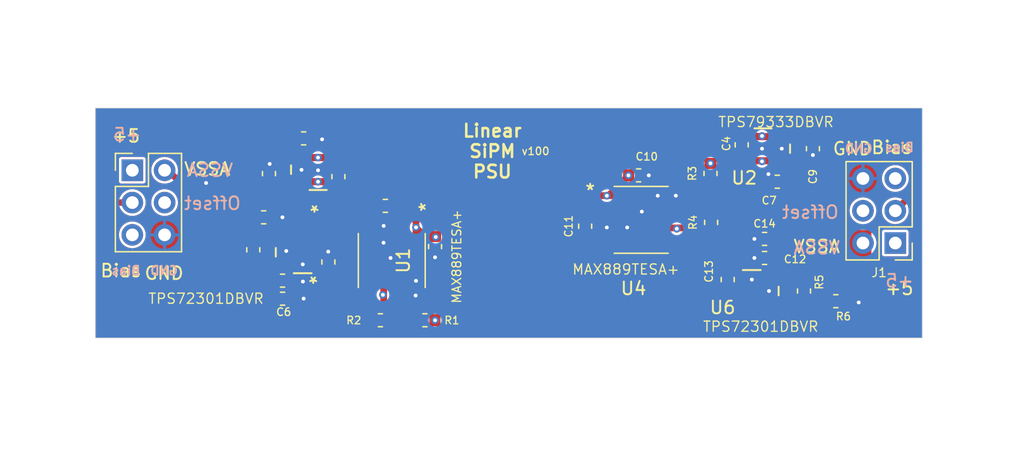
<source format=kicad_pcb>
(kicad_pcb (version 20240108) (generator "pcbnew") (generator_version "8.0")
  (layers (0 "F.Cu" signal) (1 "In1.Cu" signal "GND.Cu") (2 "In2.Cu" signal "PWR.Cu") (31 "B.Cu" signal) (34 "B.Paste" user) (35 "F.Paste" user) (36 "B.SilkS" user "B.Silkscreen") (37 "F.SilkS" user "F.Silkscreen") (38 "B.Mask" user) (39 "F.Mask" user) (44 "Edge.Cuts" user))
  (net 0 "")
  (net 1 "GND")
  (net 2 "+5V")
  (net 3 "VDDA")
  (net 4 "-5V")
  (net 5 "VSSA")
  (net 6 "Net-(U2-NR)")
  (net 7 "Net-(U1-CAP-)")
  (net 8 "Net-(U1-CAP+)")
  (net 9 "Net-(U4-CAP+)")
  (net 10 "Net-(U4-CAP-)")
  (net 11 "/+5V_2")
  (net 12 "/VDDA2")
  (net 13 "Net-(U5-NR)")
  (net 16 "/VSSA2")
  (net 17 "/-5V_2")
  (net 18 "Net-(U1-FB)")
  (net 19 "/BIAS2")
  (net 20 "Net-(U4-FB)")
  (net 21 "/BIAS")
  (net 22 "Net-(U6-FB)")
  (net 23 "Net-(U3-FB)")
  (footprint "footprints:C_0603_1608Metric" (layer "F.Cu") (at 164.06735 94.687499 180)
    (property "Reference" "C17" (hide yes))
    (property "Value" "10n" (hide yes))
    (fp_line (start -0.162779 0.51) (end 0.162779 0.51) (stroke (width 0.12)) (layer "F.SilkS"))
    (fp_line (start -0.162779 -0.51) (end 0.162779 -0.51) (stroke (width 0.12)) (layer "F.SilkS"))
    (pad "1" smd roundrect (at -0.7875 0 180) (size 0.875 0.95) (layers "F.Cu" "F.Paste" "F.Mask") (net 1 "GND"))
    (pad "2" smd roundrect (at 0.7875 0 180) (size 0.875 0.95) (layers "F.Cu" "F.Paste" "F.Mask") (net 13 "Net-(U5-NR)"))
  )
  (footprint "footprints:TPS79333DBVR" (layer "F.Cu") (at 164.0824 97.15 180)
    (property "Reference" "U5" (hide yes))
    (property "Value" "TPS79333DBVR" (hide yes))
    (fp_line (start 1.0033 0.337861) (end 1.0033 -0.337861) (stroke (width 0.1524)) (layer "F.SilkS"))
    (fp_line (start -0.45 -1.6) (end -1.8 -1.6) (stroke (width 0.1524)) (layer "F.SilkS"))
    (pad "1" smd rect (at -1.1176 -0.950001 180) (size 1.4732 0.5588) (layers "F.Cu" "F.Paste" "F.Mask") (net 2 "+5V"))
    (pad "2" smd rect (at -1.1176 0 180) (size 1.4732 0.5588) (layers "F.Cu" "F.Paste" "F.Mask") (net 1 "GND"))
    (pad "3" smd rect (at -1.1176 0.950001 180) (size 1.4732 0.5588) (layers "F.Cu" "F.Paste" "F.Mask") (net 2 "+5V"))
    (pad "4" smd rect (at 1.1176 0.950001 180) (size 1.4732 0.5588) (layers "F.Cu" "F.Paste" "F.Mask") (net 13 "Net-(U5-NR)"))
    (pad "5" smd rect (at 1.1176 -0.950001 180) (size 1.4732 0.5588) (layers "F.Cu" "F.Paste" "F.Mask") (net 3 "VDDA"))
  )
  (footprint "footprints:C_0603_1608Metric" (layer "F.Cu") (at 166.8 97.7 -90)
    (property "Reference" "C2" (hide yes))
    (property "Value" "1u" (hide yes))
    (fp_line (start -0.162779 0.51) (end 0.162779 0.51) (stroke (width 0.12)) (layer "F.SilkS"))
    (fp_line (start -0.162779 -0.51) (end 0.162779 -0.51) (stroke (width 0.12)) (layer "F.SilkS"))
    (pad "1" smd roundrect (at -0.7875 0 270) (size 0.875 0.95) (layers "F.Cu" "F.Paste" "F.Mask") (net 1 "GND"))
    (pad "2" smd roundrect (at 0.7875 0 270) (size 0.875 0.95) (layers "F.Cu" "F.Paste" "F.Mask") (net 2 "+5V"))
  )
  (footprint "footprints:C_0603_1608Metric" (layer "F.Cu") (at 174.4 103.2 90)
    (property "Reference" "C1" (hide yes))
    (property "Value" "22u" (hide yes))
    (fp_line (start -0.162779 -0.51) (end 0.162779 -0.51) (stroke (width 0.12)) (layer "F.SilkS"))
    (fp_line (start -0.162779 0.51) (end 0.162779 0.51) (stroke (width 0.12)) (layer "F.SilkS"))
    (pad "1" smd roundrect (at -0.7875 0 90) (size 0.875 0.95) (layers "F.Cu" "F.Paste" "F.Mask") (net 1 "GND"))
    (pad "2" smd roundrect (at 0.7875 0 90) (size 0.875 0.95) (layers "F.Cu" "F.Paste" "F.Mask") (net 2 "+5V"))
  )
  (footprint "footprints:C_0603_1608Metric" (layer "F.Cu") (at 161.34235 97.462499 -90)
    (property "Reference" "C3" (hide yes))
    (property "Value" "22u" (hide yes))
    (fp_line (start -0.162779 0.51) (end 0.162779 0.51) (stroke (width 0.12)) (layer "F.SilkS"))
    (fp_line (start -0.162779 -0.51) (end 0.162779 -0.51) (stroke (width 0.12)) (layer "F.SilkS"))
    (pad "1" smd roundrect (at -0.7875 0 270) (size 0.875 0.95) (layers "F.Cu" "F.Paste" "F.Mask") (net 1 "GND"))
    (pad "2" smd roundrect (at 0.7875 0 270) (size 0.875 0.95) (layers "F.Cu" "F.Paste" "F.Mask") (net 3 "VDDA"))
  )
  (footprint "footprints:C_0603_1608Metric" (layer "F.Cu") (at 170.4956 100)
    (property "Reference" "C8" (hide yes))
    (property "Value" "1u" (hide yes))
    (fp_line (start -0.162779 -0.51) (end 0.162779 -0.51) (stroke (width 0.12)) (layer "F.SilkS"))
    (fp_line (start -0.162779 0.51) (end 0.162779 0.51) (stroke (width 0.12)) (layer "F.SilkS"))
    (pad "1" smd roundrect (at -0.7875 0) (size 0.875 0.95) (layers "F.Cu" "F.Paste" "F.Mask") (net 7 "Net-(U1-CAP-)"))
    (pad "2" smd roundrect (at 0.7875 0) (size 0.875 0.95) (layers "F.Cu" "F.Paste" "F.Mask") (net 8 "Net-(U1-CAP+)"))
  )
  (footprint "footprints:C_0603_1608Metric" (layer "F.Cu") (at 166.0125 104.418001 -90)
    (property "Reference" "C15" (hide yes))
    (property "Value" "22u" (hide yes))
    (fp_line (start -0.162779 0.51) (end 0.162779 0.51) (stroke (width 0.12)) (layer "F.SilkS"))
    (fp_line (start -0.162779 -0.51) (end 0.162779 -0.51) (stroke (width 0.12)) (layer "F.SilkS"))
    (pad "1" smd roundrect (at -0.7875 0 270) (size 0.875 0.95) (layers "F.Cu" "F.Paste" "F.Mask") (net 1 "GND"))
    (pad "2" smd roundrect (at 0.7875 0 270) (size 0.875 0.95) (layers "F.Cu" "F.Paste" "F.Mask") (net 4 "-5V"))
  )
  (footprint "footprints:R_0603_1608Metric" (layer "F.Cu") (at 160.925 100.9 180)
    (property "Reference" "R9" (hide yes))
    (property "Value" "39k" (hide yes))
    (fp_line (start -0.162779 0.51) (end 0.162779 0.51) (stroke (width 0.12)) (layer "F.SilkS"))
    (fp_line (start -0.162779 -0.51) (end 0.162779 -0.51) (stroke (width 0.12)) (layer "F.SilkS"))
    (pad "1" smd roundrect (at -0.7875 0 180) (size 0.875 0.95) (layers "F.Cu" "F.Paste" "F.Mask") (net 1 "GND"))
    (pad "2" smd roundrect (at 0.7875 0 180) (size 0.875 0.95) (layers "F.Cu" "F.Paste" "F.Mask") (net 23 "Net-(U3-FB)"))
  )
  (footprint "footprints:R_0603_1608Metric" (layer "F.Cu") (at 160.1099 103.458001 -90)
    (property "Reference" "R8" (hide yes))
    (property "Value" "69.8k" (hide yes))
    (fp_line (start -0.162779 0.51) (end 0.162779 0.51) (stroke (width 0.12)) (layer "F.SilkS"))
    (fp_line (start -0.162779 -0.51) (end 0.162779 -0.51) (stroke (width 0.12)) (layer "F.SilkS"))
    (pad "1" smd roundrect (at -0.7875 0 270) (size 0.875 0.95) (layers "F.Cu" "F.Paste" "F.Mask") (net 23 "Net-(U3-FB)"))
    (pad "2" smd roundrect (at 0.7875 0 270) (size 0.875 0.95) (layers "F.Cu" "F.Paste" "F.Mask") (net 5 "VSSA"))
  )
  (footprint "footprints:MAX889TESA&plus_" (layer "F.Cu") (at 170.9956 104.3 -90)
    (property "Reference" "U1" (at 0 -0.9044 90) (layer "F.SilkS"))
    (property "Value" "MAX889TESA+" (at -0.3125 -5.1074 90) (layer "F.SilkS") (effects (font (size 0.7 0.7) (thickness 0.1))))
    (fp_line (start -2.1209 2.6289) (end 2.1209 2.6289) (stroke (width 0.12)) (layer "F.SilkS"))
    (fp_line (start 2.1209 -2.6289) (end -2.1209 -2.6289) (stroke (width 0.12)) (layer "F.SilkS"))
    (fp_text user "*" (at -4.2125 -2.7074 90) (layer "F.SilkS"))
    (pad "1" smd rect (at -2.72415 -1.905 270) (size 1.4605 0.5334) (layers "F.Cu" "F.Paste" "F.Mask") (net 2 "+5V"))
    (pad "2" smd rect (at -2.72415 -0.635 270) (size 1.4605 0.5334) (layers "F.Cu" "F.Paste" "F.Mask") (net 8 "Net-(U1-CAP+)"))
    (pad "3" smd rect (at -2.72415 0.635 270) (size 1.4605 0.5334) (layers "F.Cu" "F.Paste" "F.Mask") (net 1 "GND"))
    (pad "4" smd rect (at -2.72415 1.905 270) (size 1.4605 0.5334) (layers "F.Cu" "F.Paste" "F.Mask") (net 7 "Net-(U1-CAP-)"))
    (pad "5" smd rect (at 2.72415 1.905 270) (size 1.4605 0.5334) (layers "F.Cu" "F.Paste" "F.Mask") (net 4 "-5V"))
    (pad "6" smd rect (at 2.72415 0.635 270) (size 1.4605 0.5334) (layers "F.Cu" "F.Paste" "F.Mask") (net 2 "+5V"))
    (pad "7" smd rect (at 2.72415 -0.635 270) (size 1.4605 0.5334) (layers "F.Cu" "F.Paste" "F.Mask") (net 18 "Net-(U1-FB)"))
    (pad "8" smd rect (at 2.72415 -1.905 270) (size 1.4605 0.5334) (layers "F.Cu" "F.Paste" "F.Mask") (net 1 "GND"))
  )
  (footprint "footprints:C_0603_1608Metric" (layer "F.Cu") (at 162.411 105.885002 180)
    (property "Reference" "C5" (hide yes))
    (property "Value" "22u" (hide yes))
    (fp_line (start -0.162779 0.51) (end 0.162779 0.51) (stroke (width 0.12)) (layer "F.SilkS"))
    (fp_line (start -0.162779 -0.51) (end 0.162779 -0.51) (stroke (width 0.12)) (layer "F.SilkS"))
    (pad "1" smd roundrect (at -0.7875 0 180) (size 0.875 0.95) (layers "F.Cu" "F.Paste" "F.Mask") (net 1 "GND"))
    (pad "2" smd roundrect (at 0.7875 0 180) (size 0.875 0.95) (layers "F.Cu" "F.Paste" "F.Mask") (net 5 "VSSA"))
  )
  (footprint "footprints:TPS72301DBVR" (layer "F.Cu") (at 162.8824 103.650001 180)
    (property "Reference" "U3" (hide yes))
    (property "Value" "TPS72301DBVR" (at 6.4824 -3.649999 0) (layer "F.SilkS") (effects (font (size 0.8 0.8) (thickness 0.1))))
    (fp_line (start 1.0033 0.337861) (end 1.0033 -0.337861) (stroke (width 0.1524)) (layer "F.SilkS"))
    (fp_line (start -0.41 -1.65) (end -1.81 -1.65) (stroke (width 0.1524)) (layer "F.SilkS"))
    (pad "1" smd rect (at -1.1176 -0.950001 180) (size 1.4732 0.5588) (layers "F.Cu" "F.Paste" "F.Mask") (net 1 "GND"))
    (pad "2" smd rect (at -1.1176 0 180) (size 1.4732 0.5588) (layers "F.Cu" "F.Paste" "F.Mask") (net 4 "-5V"))
    (pad "3" smd rect (at -1.1176 0.950001 180) (size 1.4732 0.5588) (layers "F.Cu" "F.Paste" "F.Mask") (net 4 "-5V"))
    (pad "4" smd rect (at 1.1176 0.950001 180) (size 1.4732 0.5588) (layers "F.Cu" "F.Paste" "F.Mask") (net 23 "Net-(U3-FB)"))
    (pad "5" smd rect (at 1.1176 -0.950001 180) (size 1.4732 0.5588) (layers "F.Cu" "F.Paste" "F.Mask") (net 5 "VSSA"))
  )
  (footprint "footprints:C_0603_1608Metric" (layer "F.Cu") (at 162.41 107.305002 180)
    (property "Reference" "C6" (at -0.09 -1.05 0) (layer "F.SilkS") (effects (font (size 0.6 0.6) (thickness 0.1))))
    (property "Value" "22u")
    (fp_line (start -0.162779 0.51) (end 0.162779 0.51) (stroke (width 0.12)) (layer "F.SilkS"))
    (fp_line (start -0.162779 -0.51) (end 0.162779 -0.51) (stroke (width 0.12)) (layer "F.SilkS"))
    (pad "1" smd roundrect (at -0.7875 0 180) (size 0.875 0.95) (layers "F.Cu" "F.Paste" "F.Mask") (net 1 "GND"))
    (pad "2" smd roundrect (at 0.7875 0 180) (size 0.875 0.95) (layers "F.Cu" "F.Paste" "F.Mask") (net 5 "VSSA"))
  )
  (footprint "footprints:TPS79333DBVR" (layer "F.Cu") (at 201.3 95.5)
    (property "Reference" "U2" (at -2.6 2.3 0) (layer "F.SilkS"))
    (property "Value" "TPS79333DBVR" (at -0.1 -2.1 0) (layer "F.SilkS") (effects (font (size 0.8 0.8) (thickness 0.1))))
    (fp_line (start -0.45 -1.6) (end -1.8 -1.6) (stroke (width 0.1524)) (layer "F.SilkS"))
    (fp_line (start 1.0033 0.337861) (end 1.0033 -0.337861) (stroke (width 0.1524)) (layer "F.SilkS"))
    (pad "1" smd rect (at -1.1176 -0.950001) (size 1.4732 0.5588) (layers "F.Cu" "F.Paste" "F.Mask") (net 11 "/+5V_2"))
    (pad "2" smd rect (at -1.1176 0) (size 1.4732 0.5588) (layers "F.Cu" "F.Paste" "F.Mask") (net 1 "GND"))
    (pad "3" smd rect (at -1.1176 0.950001) (size 1.4732 0.5588) (layers "F.Cu" "F.Paste" "F.Mask") (net 11 "/+5V_2"))
    (pad "4" smd rect (at 1.1176 0.950001) (size 1.4732 0.5588) (layers "F.Cu" "F.Paste" "F.Mask") (net 6 "Net-(U2-NR)"))
    (pad "5" smd rect (at 1.1176 -0.950001) (size 1.4732 0.5588) (layers "F.Cu" "F.Paste" "F.Mask") (net 12 "/VDDA2"))
  )
  (footprint "footprints:PinHeader_2x03_P2.54mm_Vertical" (layer "F.Cu") (at 210.575 102.925 180)
    (property "Reference" "J1" (at 1.27 -2.33 0) (layer "F.SilkS") (effects (font (size 0.7 0.7) (thickness 0.1))))
    (property "Value" "SSQ-103-03-G-D")
    (fp_line (start 3.87 -1.33) (end 3.87 6.41) (stroke (width 0.12)) (layer "F.SilkS"))
    (fp_line (start 1.27 1.27) (end 1.27 -1.33) (stroke (width 0.12)) (layer "F.SilkS"))
    (fp_line (start 1.27 -1.33) (end 3.87 -1.33) (stroke (width 0.12)) (layer "F.SilkS"))
    (fp_line (start -1.33 6.41) (end 3.87 6.41) (stroke (width 0.12)) (layer "F.SilkS"))
    (fp_line (start -1.33 1.27) (end 1.27 1.27) (stroke (width 0.12)) (layer "F.SilkS"))
    (fp_line (start -1.33 1.27) (end -1.33 6.41) (stroke (width 0.12)) (layer "F.SilkS"))
    (fp_line (start -1.33 0) (end -1.33 -1.33) (stroke (width 0.12)) (layer "F.SilkS"))
    (fp_line (start -1.33 -1.33) (end 0 -1.33) (stroke (width 0.12)) (layer "F.SilkS"))
    (pad "1" thru_hole rect (at 0 0 180) (size 1.7 1.7) (drill 1) (layers "*.Cu" "*.Mask") (net 11 "/+5V_2"))
    (pad "2" thru_hole oval (at 2.54 0 180) (size 1.7 1.7) (drill 1) (layers "*.Cu" "*.Mask") (net 16 "/VSSA2"))
    (pad "3" thru_hole oval (at 0 2.54 180) (size 1.7 1.7) (drill 1) (layers "*.Cu" "*.Mask") (net 12 "/VDDA2"))
    (pad "4" thru_hole oval (at 2.54 2.54 180) (size 1.7 1.7) (drill 1) (layers "*.Cu" "*.Mask"))
    (pad "5" thru_hole oval (at 0 5.08 180) (size 1.7 1.7) (drill 1) (layers "*.Cu" "*.Mask") (net 19 "/BIAS2"))
    (pad "6" thru_hole oval (at 2.54 5.08 180) (size 1.7 1.7) (drill 1) (layers "*.Cu" "*.Mask") (net 1 "GND"))
  )
  (footprint "footprints:C_0603_1608Metric" (layer "F.Cu") (at 204.1 95.5 90)
    (property "Reference" "C9" (at -2.2 0 90) (layer "F.SilkS") (effects (font (size 0.6 0.6) (thickness 0.1))))
    (property "Value" "22u")
    (fp_line (start -0.162779 -0.51) (end 0.162779 -0.51) (stroke (width 0.12)) (layer "F.SilkS"))
    (fp_line (start -0.162779 0.51) (end 0.162779 0.51) (stroke (width 0.12)) (layer "F.SilkS"))
    (pad "1" smd roundrect (at -0.7875 0 90) (size 0.875 0.95) (layers "F.Cu" "F.Paste" "F.Mask") (net 1 "GND"))
    (pad "2" smd roundrect (at 0.7875 0 90) (size 0.875 0.95) (layers "F.Cu" "F.Paste" "F.Mask") (net 12 "/VDDA2"))
  )
  (footprint "footprints:TPS72301DBVR" (layer "F.Cu") (at 200.4 106.7)
    (property "Reference" "U6" (at -3.4 1.3 0) (layer "F.SilkS"))
    (property "Value" "TPS72301DBVR" (at -0.4 2.8 0) (layer "F.SilkS") (effects (font (size 0.8 0.8) (thickness 0.1))))
    (fp_line (start -0.41 -1.65) (end -1.81 -1.65) (stroke (width 0.1524)) (layer "F.SilkS"))
    (fp_line (start 1.0033 0.337861) (end 1.0033 -0.337861) (stroke (width 0.1524)) (layer "F.SilkS"))
    (pad "1" smd rect (at -1.1176 -0.950001) (size 1.4732 0.5588) (layers "F.Cu" "F.Paste" "F.Mask") (net 1 "GND"))
    (pad "2" smd rect (at -1.1176 0) (size 1.4732 0.5588) (layers "F.Cu" "F.Paste" "F.Mask") (net 17 "/-5V_2"))
    (pad "3" smd rect (at -1.1176 0.950001) (size 1.4732 0.5588) (layers "F.Cu" "F.Paste" "F.Mask") (net 17 "/-5V_2"))
    (pad "4" smd rect (at 1.1176 0.950001) (size 1.4732 0.5588) (layers "F.Cu" "F.Paste" "F.Mask") (net 22 "Net-(U6-FB)"))
    (pad "5" smd rect (at 1.1176 -0.950001) (size 1.4732 0.5588) (layers "F.Cu" "F.Paste" "F.Mask") (net 16 "/VSSA2"))
  )
  (footprint "footprints:R_0603_1608Metric" (layer "F.Cu") (at 203.4 106.7 90)
    (property "Reference" "R5" (at 0.7 1.2 90) (layer "F.SilkS") (effects (font (size 0.6 0.6) (thickness 0.1))))
    (property "Value" "69.8k")
    (fp_line (start -0.162779 -0.51) (end 0.162779 -0.51) (stroke (width 0.12)) (layer "F.SilkS"))
    (fp_line (start -0.162779 0.51) (end 0.162779 0.51) (stroke (width 0.12)) (layer "F.SilkS"))
    (pad "1" smd roundrect (at -0.7875 0 90) (size 0.875 0.95) (layers "F.Cu" "F.Paste" "F.Mask") (net 22 "Net-(U6-FB)"))
    (pad "2" smd roundrect (at 0.7875 0 90) (size 0.875 0.95) (layers "F.Cu" "F.Paste" "F.Mask") (net 16 "/VSSA2"))
  )
  (footprint "footprints:C_0603_1608Metric" (layer "F.Cu") (at 198.5 95.2 90)
    (property "Reference" "C4" (at 0.1 -1.2 90) (layer "F.SilkS") (effects (font (size 0.6 0.6) (thickness 0.1))))
    (property "Value" "1u")
    (fp_line (start -0.162779 -0.51) (end 0.162779 -0.51) (stroke (width 0.12)) (layer "F.SilkS"))
    (fp_line (start -0.162779 0.51) (end 0.162779 0.51) (stroke (width 0.12)) (layer "F.SilkS"))
    (pad "1" smd roundrect (at -0.7875 0 90) (size 0.875 0.95) (layers "F.Cu" "F.Paste" "F.Mask") (net 1 "GND"))
    (pad "2" smd roundrect (at 0.7875 0 90) (size 0.875 0.95) (layers "F.Cu" "F.Paste" "F.Mask") (net 11 "/+5V_2"))
  )
  (footprint "footprints:MAX889TESA&plus_" (layer "F.Cu") (at 190.6 101.1)
    (property "Reference" "U4" (at -0.6 5.4 0) (layer "F.SilkS"))
    (property "Value" "MAX889TESA+" (at -1.2 3.9 0) (layer "F.SilkS") (effects (font (size 0.8 0.8) (thickness 0.1))))
    (fp_line (start -2.1209 2.6289) (end 2.1209 2.6289) (stroke (width 0.12)) (layer "F.SilkS"))
    (fp_line (start 2.1209 -2.6289) (end -2.1209 -2.6289) (stroke (width 0.12)) (layer "F.SilkS"))
    (fp_text user "*" (at -4.01 -2.29 0) (layer "F.SilkS"))
    (pad "1" smd rect (at -2.72415 -1.905) (size 1.4605 0.5334) (layers "F.Cu" "F.Paste" "F.Mask") (net 11 "/+5V_2"))
    (pad "2" smd rect (at -2.72415 -0.635) (size 1.4605 0.5334) (layers "F.Cu" "F.Paste" "F.Mask") (net 9 "Net-(U4-CAP+)"))
    (pad "3" smd rect (at -2.72415 0.635) (size 1.4605 0.5334) (layers "F.Cu" "F.Paste" "F.Mask") (net 1 "GND"))
    (pad "4" smd rect (at -2.72415 1.905) (size 1.4605 0.5334) (layers "F.Cu" "F.Paste" "F.Mask") (net 10 "Net-(U4-CAP-)"))
    (pad "5" smd rect (at 2.72415 1.905) (size 1.4605 0.5334) (layers "F.Cu" "F.Paste" "F.Mask") (net 17 "/-5V_2"))
    (pad "6" smd rect (at 2.72415 0.635) (size 1.4605 0.5334) (layers "F.Cu" "F.Paste" "F.Mask") (net 11 "/+5V_2"))
    (pad "7" smd rect (at 2.72415 -0.635) (size 1.4605 0.5334) (layers "F.Cu" "F.Paste" "F.Mask") (net 20 "Net-(U4-FB)"))
    (pad "8" smd rect (at 2.72415 -1.905) (size 1.4605 0.5334) (layers "F.Cu" "F.Paste" "F.Mask") (net 1 "GND"))
  )
  (footprint "footprints:R_0603_1608Metric" (layer "F.Cu") (at 196.05 97.45 90)
    (property "Reference" "R3" (at 0 -1.43 90) (layer "F.SilkS") (effects (font (size 0.6 0.6) (thickness 0.1))))
    (property "Value" "64.9k")
    (fp_line (start -0.162779 -0.51) (end 0.162779 -0.51) (stroke (width 0.12)) (layer "F.SilkS"))
    (fp_line (start -0.162779 0.51) (end 0.162779 0.51) (stroke (width 0.12)) (layer "F.SilkS"))
    (pad "1" smd roundrect (at -0.7875 0 90) (size 0.875 0.95) (layers "F.Cu" "F.Paste" "F.Mask") (net 20 "Net-(U4-FB)"))
    (pad "2" smd roundrect (at 0.7875 0 90) (size 0.875 0.95) (layers "F.Cu" "F.Paste" "F.Mask") (net 11 "/+5V_2"))
  )
  (footprint "footprints:R_0603_1608Metric" (layer "F.Cu") (at 196.1 101.3 90)
    (property "Reference" "R4" (at 0 -1.43 90) (layer "F.SilkS") (effects (font (size 0.6 0.6) (thickness 0.1))))
    (property "Value" "51.5k")
    (fp_line (start -0.162779 -0.51) (end 0.162779 -0.51) (stroke (width 0.12)) (layer "F.SilkS"))
    (fp_line (start -0.162779 0.51) (end 0.162779 0.51) (stroke (width 0.12)) (layer "F.SilkS"))
    (pad "1" smd roundrect (at -0.7875 0 90) (size 0.875 0.95) (layers "F.Cu" "F.Paste" "F.Mask") (net 17 "/-5V_2"))
    (pad "2" smd roundrect (at 0.7875 0 90) (size 0.875 0.95) (layers "F.Cu" "F.Paste" "F.Mask") (net 20 "Net-(U4-FB)"))
  )
  (footprint "footprints:C_0603_1608Metric" (layer "F.Cu") (at 186.2 101.6 90)
    (property "Reference" "C11" (at 0 -1.3 90) (layer "F.SilkS") (effects (font (size 0.6 0.6) (thickness 0.1))))
    (property "Value" "1u")
    (fp_line (start -0.162779 -0.51) (end 0.162779 -0.51) (stroke (width 0.12)) (layer "F.SilkS"))
    (fp_line (start -0.162779 0.51) (end 0.162779 0.51) (stroke (width 0.12)) (layer "F.SilkS"))
    (pad "1" smd roundrect (at -0.7875 0 90) (size 0.875 0.95) (layers "F.Cu" "F.Paste" "F.Mask") (net 10 "Net-(U4-CAP-)"))
    (pad "2" smd roundrect (at 0.7875 0 90) (size 0.875 0.95) (layers "F.Cu" "F.Paste" "F.Mask") (net 9 "Net-(U4-CAP+)"))
  )
  (footprint "footprints:C_0603_1608Metric" (layer "F.Cu") (at 201.3 98.1)
    (property "Reference" "C7" (at -0.6375 1.475 180) (layer "F.SilkS") (effects (font (size 0.6 0.6) (thickness 0.1))))
    (property "Value" "10n")
    (fp_line (start -0.162779 -0.51) (end 0.162779 -0.51) (stroke (width 0.12)) (layer "F.SilkS"))
    (fp_line (start -0.162779 0.51) (end 0.162779 0.51) (stroke (width 0.12)) (layer "F.SilkS"))
    (pad "1" smd roundrect (at -0.7875 0) (size 0.875 0.95) (layers "F.Cu" "F.Paste" "F.Mask") (net 1 "GND"))
    (pad "2" smd roundrect (at 0.7875 0) (size 0.875 0.95) (layers "F.Cu" "F.Paste" "F.Mask") (net 6 "Net-(U2-NR)"))
  )
  (footprint "footprints:PinHeader_2x03_P2.54mm_Vertical" (layer "F.Cu") (at 150.6 97.2)
    (property "Reference" "J3" (hide yes))
    (property "Value" "SSQ-103-03-G-D")
    (fp_line (start -1.33 -1.33) (end 0 -1.33) (stroke (width 0.12)) (layer "F.SilkS"))
    (fp_line (start -1.33 0) (end -1.33 -1.33) (stroke (width 0.12)) (layer "F.SilkS"))
    (fp_line (start -1.33 1.27) (end -1.33 6.41) (stroke (width 0.12)) (layer "F.SilkS"))
    (fp_line (start -1.33 1.27) (end 1.27 1.27) (stroke (width 0.12)) (layer "F.SilkS"))
    (fp_line (start -1.33 6.41) (end 3.87 6.41) (stroke (width 0.12)) (layer "F.SilkS"))
    (fp_line (start 1.27 -1.33) (end 3.87 -1.33) (stroke (width 0.12)) (layer "F.SilkS"))
    (fp_line (start 1.27 1.27) (end 1.27 -1.33) (stroke (width 0.12)) (layer "F.SilkS"))
    (fp_line (start 3.87 -1.33) (end 3.87 6.41) (stroke (width 0.12)) (layer "F.SilkS"))
    (pad "1" thru_hole rect (at 0 0) (size 1.7 1.7) (drill 1) (layers "*.Cu" "*.Mask") (net 2 "+5V"))
    (pad "2" thru_hole oval (at 2.54 0) (size 1.7 1.7) (drill 1) (layers "*.Cu" "*.Mask") (net 5 "VSSA"))
    (pad "3" thru_hole oval (at 0 2.54) (size 1.7 1.7) (drill 1) (layers "*.Cu" "*.Mask") (net 3 "VDDA"))
    (pad "4" thru_hole oval (at 2.54 2.54) (size 1.7 1.7) (drill 1) (layers "*.Cu" "*.Mask"))
    (pad "5" thru_hole oval (at 0 5.08) (size 1.7 1.7) (drill 1) (layers "*.Cu" "*.Mask") (net 21 "/BIAS"))
    (pad "6" thru_hole oval (at 2.54 5.08) (size 1.7 1.7) (drill 1) (layers "*.Cu" "*.Mask") (net 1 "GND"))
  )
  (footprint "footprints:C_0603_1608Metric" (layer "F.Cu") (at 200.3 104.1)
    (property "Reference" "C12" (at 2.4 0.1 180) (layer "F.SilkS") (effects (font (size 0.6 0.6) (thickness 0.1))))
    (property "Value" "22u")
    (fp_line (start -0.162779 -0.51) (end 0.162779 -0.51) (stroke (width 0.12)) (layer "F.SilkS"))
    (fp_line (start -0.162779 0.51) (end 0.162779 0.51) (stroke (width 0.12)) (layer "F.SilkS"))
    (pad "1" smd roundrect (at -0.7875 0) (size 0.875 0.95) (layers "F.Cu" "F.Paste" "F.Mask") (net 1 "GND"))
    (pad "2" smd roundrect (at 0.7875 0) (size 0.875 0.95) (layers "F.Cu" "F.Paste" "F.Mask") (net 16 "/VSSA2"))
  )
  (footprint "footprints:C_0603_1608Metric" (layer "F.Cu") (at 197.4 105.8 -90)
    (property "Reference" "C13" (at -0.6375 1.475 90) (layer "F.SilkS") (effects (font (size 0.6 0.6) (thickness 0.1))))
    (property "Value" "22u")
    (fp_line (start -0.162779 0.51) (end 0.162779 0.51) (stroke (width 0.12)) (layer "F.SilkS"))
    (fp_line (start -0.162779 -0.51) (end 0.162779 -0.51) (stroke (width 0.12)) (layer "F.SilkS"))
    (pad "1" smd roundrect (at -0.7875 0 270) (size 0.875 0.95) (layers "F.Cu" "F.Paste" "F.Mask") (net 1 "GND"))
    (pad "2" smd roundrect (at 0.7875 0 270) (size 0.875 0.95) (layers "F.Cu" "F.Paste" "F.Mask") (net 17 "/-5V_2"))
  )
  (footprint "footprints:R_0603_1608Metric" (layer "F.Cu") (at 205.9 107.5 180)
    (property "Reference" "R6" (at -0.6 -1.2 0) (layer "F.SilkS") (effects (font (size 0.6 0.6) (thickness 0.1))))
    (property "Value" "39k")
    (fp_line (start -0.162779 0.51) (end 0.162779 0.51) (stroke (width 0.12)) (layer "F.SilkS"))
    (fp_line (start -0.162779 -0.51) (end 0.162779 -0.51) (stroke (width 0.12)) (layer "F.SilkS"))
    (pad "1" smd roundrect (at -0.7875 0 180) (size 0.875 0.95) (layers "F.Cu" "F.Paste" "F.Mask") (net 1 "GND"))
    (pad "2" smd roundrect (at 0.7875 0 180) (size 0.875 0.95) (layers "F.Cu" "F.Paste" "F.Mask") (net 22 "Net-(U6-FB)"))
  )
  (footprint "footprints:R_0603_1608Metric" (layer "F.Cu") (at 173.6 109)
    (property "Reference" "R1" (at 2.12 0.01 0) (layer "F.SilkS") (effects (font (size 0.6 0.6) (thickness 0.1))))
    (property "Value" "64.9k")
    (fp_line (start -0.162779 -0.51) (end 0.162779 -0.51) (stroke (width 0.12)) (layer "F.SilkS"))
    (fp_line (start -0.162779 0.51) (end 0.162779 0.51) (stroke (width 0.12)) (layer "F.SilkS"))
    (pad "1" smd roundrect (at -0.7875 0) (size 0.875 0.95) (layers "F.Cu" "F.Paste" "F.Mask") (net 18 "Net-(U1-FB)"))
    (pad "2" smd roundrect (at 0.7875 0) (size 0.875 0.95) (layers "F.Cu" "F.Paste" "F.Mask") (net 2 "+5V"))
  )
  (footprint "footprints:R_0603_1608Metric" (layer "F.Cu") (at 170.1 109)
    (property "Reference" "R2" (at -2.09 0.01 0) (layer "F.SilkS") (effects (font (size 0.6 0.6) (thickness 0.1))))
    (property "Value" "51.5k")
    (fp_line (start -0.162779 -0.51) (end 0.162779 -0.51) (stroke (width 0.12)) (layer "F.SilkS"))
    (fp_line (start -0.162779 0.51) (end 0.162779 0.51) (stroke (width 0.12)) (layer "F.SilkS"))
    (pad "1" smd roundrect (at -0.7875 0) (size 0.875 0.95) (layers "F.Cu" "F.Paste" "F.Mask") (net 4 "-5V"))
    (pad "2" smd roundrect (at 0.7875 0) (size 0.875 0.95) (layers "F.Cu" "F.Paste" "F.Mask") (net 18 "Net-(U1-FB)"))
  )
  (footprint "footprints:C_0603_1608Metric" (layer "F.Cu") (at 200.3 102.6)
    (property "Reference" "C14" (at 0 -1.2 180) (layer "F.SilkS") (effects (font (size 0.6 0.6) (thickness 0.1))))
    (property "Value" "22u")
    (fp_line (start -0.162779 -0.51) (end 0.162779 -0.51) (stroke (width 0.12)) (layer "F.SilkS"))
    (fp_line (start -0.162779 0.51) (end 0.162779 0.51) (stroke (width 0.12)) (layer "F.SilkS"))
    (pad "1" smd roundrect (at -0.7875 0) (size 0.875 0.95) (layers "F.Cu" "F.Paste" "F.Mask") (net 1 "GND"))
    (pad "2" smd roundrect (at 0.7875 0) (size 0.875 0.95) (layers "F.Cu" "F.Paste" "F.Mask") (net 16 "/VSSA2"))
  )
  (footprint "footprints:C_0603_1608Metric" (layer "F.Cu") (at 190.4 97.6 180)
    (property "Reference" "C10" (at -0.6375 1.475 0) (layer "F.SilkS") (effects (font (size 0.6 0.6) (thickness 0.1))))
    (property "Value" "22u")
    (fp_line (start -0.162779 0.51) (end 0.162779 0.51) (stroke (width 0.12)) (layer "F.SilkS"))
    (fp_line (start -0.162779 -0.51) (end 0.162779 -0.51) (stroke (width 0.12)) (layer "F.SilkS"))
    (pad "1" smd roundrect (at -0.7875 0 180) (size 0.875 0.95) (layers "F.Cu" "F.Paste" "F.Mask") (net 1 "GND"))
    (pad "2" smd roundrect (at 0.7875 0 180) (size 0.875 0.95) (layers "F.Cu" "F.Paste" "F.Mask") (net 11 "/+5V_2"))
  )
  (gr_rect (start 147.7 92.3) (end 212.7 110.4) (stroke (width 0.05)) (fill none) (layer "Edge.Cuts"))
  (gr_text "Bias" (at 210.9 95.4 0) (layer "B.SilkS") (effects (font (size 0.7 0.7)) (justify mirror)))
  (gr_text "GND" (at 153.1 105.1 0) (layer "B.SilkS") (effects (font (size 0.7 0.7)) (justify mirror)))
  (gr_text "Offset" (at 203.9 100.5 0) (layer "B.SilkS") (effects (font (size 1 1)) (justify mirror)))
  (gr_text "Offset" (at 156.9 99.8 0) (layer "B.SilkS") (effects (font (size 1 1)) (justify mirror)))
  (gr_text "GND" (at 207.7 95.5 0) (layer "B.SilkS") (effects (font (size 0.7 0.7)) (justify mirror)))
  (gr_text "+5" (at 150.2 94.4 0) (layer "B.SilkS") (effects (font (size 1 1)) (justify mirror)))
  (gr_text "VSSA" (at 156.7 97.2 0) (layer "B.SilkS") (effects (font (size 1 1)) (justify mirror)))
  (gr_text "+5" (at 210.9 105.9 0) (layer "B.SilkS") (effects (font (size 1 1)) (justify mirror)))
  (gr_text "Bias" (at 150.1 105.1 0) (layer "B.SilkS") (effects (font (size 0.7 0.7)) (justify mirror)))
  (gr_text "VSSA" (at 204.4 103.3 0) (layer "B.SilkS") (effects (font (size 1 1)) (justify mirror)))
  (gr_text "v100" (at 182.3 95.7 0) (layer "F.SilkS") (effects (font (size 0.6 0.6) (thickness 0.1))))
  (gr_text "+5" (at 210.9 106.5 0) (layer "F.SilkS") (effects (font (size 1 1))))
  (gr_text "*" (at 164.9199 99.918001 180) (layer "F.SilkS") (effects (font (size 1 1))))
  (gr_text "VSSA" (at 156.5 97.1 0) (layer "F.SilkS") (effects (font (size 1 1))))
  (gr_text "Bias" (at 210.3 95.4 0) (layer "F.SilkS") (effects (font (size 1 1))))
  (gr_text "GND" (at 207.2 95.5 0) (layer "F.SilkS") (effects (font (size 1 1))))
  (gr_text "Bias" (at 149.7 105.1 0) (layer "F.SilkS") (effects (font (size 1 1))))
  (gr_text "VSSA" (at 204.4 103.2 0) (layer "F.SilkS") (effects (font (size 1 1))))
  (gr_text "+5" (at 150.1 94.5 0) (layer "F.SilkS") (effects (font (size 1 1))))
  (gr_text "*" (at 164.8199 105.518001 180) (layer "F.SilkS") (effects (font (size 1 1))))
  (gr_text "GND" (at 153.1 105.3 0) (layer "F.SilkS") (effects (font (size 1 1))))
  (gr_text "Linear\nSiPM\nPSU\n" (at 178.9 95.7 0) (layer "F.SilkS") (effects (font (size 1 1) (thickness 0.2))))
  (segment (start 164.037501 104.562501) (end 164 104.600002) (width 0.5) (layer "F.Cu") (net 1))
  (segment (start 163 105.975002) (end 164.0324 105.962501) (width 0.2) (layer "F.Cu") (net 1))
  (segment (start 191.72915 97.6) (end 193.32415 99.195) (width 0.5) (layer "F.Cu") (net 1))
  (segment (start 165.2 97.15) (end 166.5625 97.15) (width 0.5) (layer "F.Cu") (net 1))
  (segment (start 191.1875 97.6) (end 191.72915 97.6) (width 0.5) (layer "F.Cu") (net 1))
  (segment (start 162.4176 100.9) (end 161.7125 100.9) (width 0.25) (layer "F.Cu") (net 1))
  (segment (start 197.4 105.0125) (end 198.544901 105.0125) (width 0.5) (layer "F.Cu") (net 1))
  (segment (start 198.544901 105.0125) (end 199.2824 105.749999) (width 0.5) (layer "F.Cu") (net 1))
  (segment (start 164.0699 107.298001) (end 163.204501 107.298001) (width 0.3) (layer "F.Cu") (net 1))
  (segment (start 164.0824 106.012501) (end 164.0824 104.682402) (width 0.2) (layer "F.Cu") (net 1))
  (segment (start 207.7 107.6) (end 206.7875 107.6) (width 0.5) (layer "F.Cu") (net 1))
  (segment (start 166.5625 97.15) (end 166.8 96.9125) (width 0.5) (layer "F.Cu") (net 1))
  (segment (start 161.82985 97.162499) (end 163.687501 97.162499) (width 0.3) (layer "F.Cu") (net 1))
  (segment (start 199.0875 95.5) (end 200.1824 95.5) (width 0.5) (layer "F.Cu") (net 1))
  (segment (start 161.34235 96.674999) (end 161.82985 97.162499) (width 0.3) (layer "F.Cu") (net 1))
  (segment (start 198.5 96.0875) (end 199.0875 95.5) (width 0.5) (layer "F.Cu") (net 1))
  (segment (start 163.0199 107.662501) (end 163.0199 105.973501) (width 0.2) (layer "F.Cu") (net 1))
  (segment (start 163.687501 97.162499) (end 164.74235 97.162499) (width 0.3) (layer "F.Cu") (net 1))
  (via (at 162.4 100.9) (size 0.6) (drill 0.3) (layers "F.Cu" "B.Cu") (net 1))
  (via (at 164.01 105.955002) (size 0.6) (drill 0.3) (layers "F.Cu" "B.Cu") (net 1))
  (via (at 165.51735 94.762499) (size 0.6) (drill 0.3) (layers "F.Cu" "B.Cu") (net 1))
  (via (at 164.0699 107.298001) (size 0.6) (drill 0.3) (layers "F.Cu" "B.Cu") (net 1))
  (via (at 170.3606 101.57585) (size 0.6) (drill 0.3) (layers "F.Cu" "B.Cu") (net 1))
  (via (at 191.2 97.6) (size 0.6) (drill 0.3) (layers "F.Cu" "B.Cu") (net 1))
  (via (at 191.9 99.2) (size 0.6) (drill 0.3) (layers "F.Cu" "B.Cu") (net 1))
  (via (at 166 103.6) (size 0.6) (drill 0.3) (layers "F.Cu" "B.Cu") (net 1))
  (via (at 161.4 96.7) (size 0.6) (drill 0.3) (layers "F.Cu" "B.Cu") (net 1))
  (via (at 193.32415 99.195) (size 0.6) (drill 0.3) (layers "F.Cu" "B.Cu") (net 1))
  (via (at 200.1 95.5) (size 0.6) (drill 0.3) (layers "F.Cu" "B.Cu") (net 1))
  (via (at 189.5 101.7) (size 0.6) (drill 0.3) (layers "F.Cu" "B.Cu") (net 1))
  (via (at 207.7 107.6) (size 0.6) (drill 0.3) (layers "F.Cu" "B.Cu") (net 1))
  (via (at 199.5 102.6) (size 0.6) (drill 0.3) (layers "F.Cu" "B.Cu") (net 1))
  (via (at 170.9 104.1) (size 0.6) (drill 0.3) (layers "F.Cu" "B.Cu") (net 1))
  (via (at 164 104.600002) (size 0.6) (drill 0.3) (layers "F.Cu" "B.Cu") (net 1))
  (via (at 174.397324 104.048105) (size 0.6) (drill 0.3) (layers "F.Cu" "B.Cu") (net 1))
  (via (at 156.4 98.2) (size 0.6) (drill 0.3) (layers "F.Cu" "B.Cu") (net 1))
  (via (at 200.6 97.5) (size 0.6) (drill 0.3) (layers "F.Cu" "B.Cu") (net 1))
  (via (at 172.9 105.9) (size 0.6) (drill 0.3) (layers "F.Cu" "B.Cu") (net 1))
  (via (at 172.870125 107.054625) (size 0.6) (drill 0.3) (layers "F.Cu" "B.Cu") (net 1))
  (via (at 162.7 103.55) (size 0.6) (drill 0.3) (layers "F.Cu" "B.Cu") (net 1))
  (via (at 165.2 97.2) (size 0.6) (drill 0.3) (layers "F.Cu" "B.Cu") (net 1))
  (via (at 187.9 101.7) (size 0.6) (drill 0.3) (layers "F.Cu" "B.Cu") (net 1))
  (via (at 200.65 106.7) (size 0.6) (drill 0.3) (layers "F.Cu" "B.Cu") (net 1))
  (via (at 201.65 95.5) (size 0.6) (drill 0.3) (layers "F.Cu" "B.Cu") (net 1))
  (via (at 170.35 102.9) (size 0.6) (drill 0.3) (layers "F.Cu" "B.Cu") (net 1))
  (via (at 163.9 97.162499) (size 0.6) (drill 0.3) (layers "F.Cu" "B.Cu") (net 1))
  (via (at 199.3 105.8) (size 0.6) (drill 0.3) (layers "F.Cu" "B.Cu") (net 1))
  (via (at 199.5 104.1) (size 0.6) (drill 0.3) (layers "F.Cu" "B.Cu") (net 1))
  (via (at 204.1 96) (size 0.6) (drill 0.3) (layers "F.Cu" "B.Cu") (net 1))
  (via (at 190.65 100.45) (size 0.6) (drill 0.3) (layers "F.Cu" "B.Cu") (net 1))
  (segment (start 173.6232 102.4125) (end 172.9006 101.6899) (width 0.5) (layer "F.Cu") (net 2))
  (segment (start 166.2875 98.4875) (end 165.887501 98.087501) (width 0.5) (layer "F.Cu") (net 2))
  (segment (start 174.4 102.4125) (end 173.6232 102.4125) (width 0.5) (layer "F.Cu") (net 2))
  (segment (start 166.8 98.4875) (end 166.2875 98.4875) (width 0.5) (layer "F.Cu") (net 2))
  (segment (start 165.887501 98.087501) (end 165.742352 98.087501) (width 0.5) (layer "F.Cu") (net 2))
  (via (at 174.4 109) (size 0.6) (drill 0.3) (layers "F.Cu" "B.Cu") (net 2))
  (via (at 174.45 102.45) (size 0.6) (drill 0.3) (layers "F.Cu" "B.Cu") (net 2))
  (via (at 165.2 96.199999) (size 0.6) (drill 0.3) (layers "F.Cu" "B.Cu") (net 2))
  (via (at 172.9006 101.6899) (size 0.6) (drill 0.3) (layers "F.Cu" "B.Cu") (net 2))
  (via (at 165.200001 98.1) (size 0.6) (drill 0.3) (layers "F.Cu" "B.Cu") (net 2))
  (via (at 170.3 107) (size 0.6) (drill 0.3) (layers "F.Cu" "B.Cu") (net 2))
  (segment (start 160.949999 98.249999) (end 157.3 94.6) (width 0.5) (layer "F.Cu") (net 3))
  (segment (start 148.4 99.1) (end 149.04 99.74) (width 0.5) (layer "F.Cu") (net 3))
  (segment (start 149.8 94.6) (end 148.4 96) (width 0.5) (layer "F.Cu") (net 3))
  (segment (start 157.3 94.6) (end 149.8 94.6) (width 0.5) (layer "F.Cu") (net 3))
  (segment (start 148.4 96) (end 148.4 99.1) (width 0.5) (layer "F.Cu") (net 3))
  (segment (start 162.9648 98.100001) (end 161.442352 98.100001) (width 0.3) (layer "F.Cu") (net 3))
  (segment (start 161.34235 98.249999) (end 160.949999 98.249999) (width 0.5) (layer "F.Cu") (net 3))
  (segment (start 149.04 99.74) (end 150.6 99.74) (width 0.5) (layer "F.Cu") (net 3))
  (segment (start 164 102.7) (end 164.801899 102.7) (width 0.3) (layer "F.Cu") (net 4))
  (segment (start 164.801899 102.7) (end 165.1199 103.018001) (width 0.3) (layer "F.Cu") (net 4))
  (segment (start 165.1199 103.018001) (end 165.1199 103.818001) (width 0.3) (layer "F.Cu") (net 4))
  (segment (start 165.1199 104.312901) (end 166.0125 105.205501) (width 0.3) (layer "F.Cu") (net 4))
  (segment (start 164 103.650001) (end 164.9519 103.650001) (width 0.3) (layer "F.Cu") (net 4))
  (segment (start 165.1199 103.818001) (end 165.1199 104.312901) (width 0.3) (layer "F.Cu") (net 4))
  (segment (start 164.9519 103.650001) (end 165.1199 103.818001) (width 0.3) (layer "F.Cu") (net 4))
  (segment (start 159.7824 104.450001) (end 161.614799 104.450001) (width 0.2) (layer "F.Cu") (net 5))
  (segment (start 161.6225 104.742302) (end 161.7648 104.600002) (width 0.5) (layer "F.Cu") (net 5))
  (segment (start 160.605002 107.305002) (end 156.2 102.9) (width 0.5) (layer "F.Cu") (net 5))
  (segment (start 156.2 100) (end 153.4 97.2) (width 0.5) (layer "F.Cu") (net 5))
  (segment (start 161.6225 107.305002) (end 160.605002 107.305002) (width 0.5) (layer "F.Cu") (net 5))
  (segment (start 161.6225 107.305002) (end 161.6225 104.742302) (width 0.5) (layer "F.Cu") (net 5))
  (segment (start 156.2 102.9) (end 156.2 100) (width 0.5) (layer "F.Cu") (net 5))
  (segment (start 202.0875 96.780101) (end 202.4176 96.450001) (width 0.5) (layer "F.Cu") (net 6))
  (segment (start 202.0875 98.1) (end 202.0875 96.780101) (width 0.5) (layer "F.Cu") (net 6))
  (segment (start 169.0906 100.6175) (end 169.7081 100) (width 0.5) (layer "F.Cu") (net 7))
  (segment (start 169.0906 101.57585) (end 169.0906 100.6175) (width 0.5) (layer "F.Cu") (net 7))
  (segment (start 171.6306 100.3475) (end 171.2831 100) (width 0.5) (layer "F.Cu") (net 8))
  (segment (start 171.6306 101.57585) (end 171.6306 100.3475) (width 0.5) (layer "F.Cu") (net 8))
  (segment (start 187.52835 100.8125) (end 187.87585 100.465) (width 0.5) (layer "F.Cu") (net 9))
  (segment (start 186.2 100.8125) (end 187.52835 100.8125) (width 0.5) (layer "F.Cu") (net 9))
  (segment (start 186.2 102.3875) (end 186.8175 103.005) (width 0.5) (layer "F.Cu") (net 10))
  (segment (start 186.8175 103.005) (end 187.87585 103.005) (width 0.5) (layer "F.Cu") (net 10))
  (segment (start 200.0875 94.5125) (end 200.1 94.5) (width 0.5) (layer "F.Cu") (net 11))
  (segment (start 198.5 94.5125) (end 200.0875 94.5125) (width 0.5) (layer "F.Cu") (net 11))
  (segment (start 188.0125 99.2) (end 189.6125 97.6) (width 0.5) (layer "F.Cu") (net 11))
  (via (at 189.6 97.6) (size 0.6) (drill 0.3) (layers "F.Cu" "B.Cu") (net 11))
  (via (at 200.1 94.5) (size 0.6) (drill 0.3) (layers "F.Cu" "B.Cu") (net 11))
  (via (at 187.9 99.2) (size 0.6) (drill 0.3) (layers "F.Cu" "B.Cu") (net 11))
  (via (at 200.1 96.5) (size 0.6) (drill 0.3) (layers "F.Cu" "B.Cu") (net 11))
  (via (at 196.05 96.65) (size 0.6) (drill 0.3) (layers "F.Cu" "B.Cu") (net 11))
  (via (at 193.4 101.8) (size 0.6) (drill 0.3) (layers "F.Cu" "B.Cu") (net 11))
  (segment (start 211.7125 94.7125) (end 212.2 95.2) (width 0.5) (layer "F.Cu") (net 12))
  (segment (start 211.86 99.1) (end 210.575 100.385) (width 0.5) (layer "F.Cu") (net 12))
  (segment (start 212.2 99.1) (end 211.86 99.1) (width 0.5) (layer "F.Cu") (net 12))
  (segment (start 202.580101 94.7125) (end 202.4176 94.549999) (width 0.5) (layer "F.Cu") (net 12))
  (segment (start 204.1 94.7125) (end 202.580101 94.7125) (width 0.5) (layer "F.Cu") (net 12))
  (segment (start 212.2 95.2) (end 212.2 99.1) (width 0.5) (layer "F.Cu") (net 12))
  (segment (start 204.1 94.7125) (end 211.7125 94.7125) (width 0.5) (layer "F.Cu") (net 12))
  (segment (start 163.27985 95.884949) (end 162.9648 96.199999) (width 0.3) (layer "F.Cu") (net 13))
  (segment (start 163.27985 94.687499) (end 163.27985 95.884949) (width 0.3) (layer "F.Cu") (net 13))
  (segment (start 197.4 106.5875) (end 199.1699 106.5875) (width 0.5) (layer "F.Cu") (net 17))
  (segment (start 197.4 106.5875) (end 196.90665 106.5875) (width 0.5) (layer "F.Cu") (net 17))
  (segment (start 196.90665 106.5875) (end 193.32415 103.005) (width 0.5) (layer "F.Cu") (net 17))
  (segment (start 199.1699 106.5875) (end 199.2824 106.7) (width 0.5) (layer "F.Cu") (net 17))
  (segment (start 193.32415 103.005) (end 195.1825 103.005) (width 0.5) (layer "F.Cu") (net 17))
  (segment (start 195.1825 103.005) (end 196.1 102.0875) (width 0.5) (layer "F.Cu") (net 17))
  (segment (start 170.8875 109) (end 171.7 109) (width 0.5) (layer "F.Cu") (net 18))
  (segment (start 171.6306 109) (end 171.6306 107.02415) (width 0.5) (layer "F.Cu") (net 18))
  (segment (start 171.7 109) (end 172.8125 109) (width 0.5) (layer "F.Cu") (net 18))
  (segment (start 193.37165 100.5125) (end 193.32415 100.465) (width 0.5) (layer "F.Cu") (net 20))
  (segment (start 196.1 100.5125) (end 193.37165 100.5125) (width 0.5) (layer "F.Cu") (net 20))
  (segment (start 196.1 100.5125) (end 196.1 98.2875) (width 0.5) (layer "F.Cu") (net 20))
  (segment (start 201.5176 107.650001) (end 203.237499 107.650001) (width 0.5) (layer "F.Cu") (net 22))
  (segment (start 203.4 107.4875) (end 205.1 107.4875) (width 0.5) (layer "F.Cu") (net 22))
  (segment (start 161.7648 102.7) (end 159.957401 102.7) (width 0.2) (layer "F.Cu") (net 23))
  (segment (start 160.1099 100.9276) (end 160.1375 100.9) (width 0.5) (layer "F.Cu") (net 23))
  (segment (start 160.1099 102.670501) (end 160.1099 100.9276) (width 0.5) (layer "F.Cu") (net 23))
  (zone (net 5) (net_name "VSSA") (layer "F.Cu") (priority 1) (connect_pads yes (clearance 0.4)) (min_thickness 0.254) (fill yes (thermal_gap 0.508) (thermal_bridge_width 0.508))
    (polygon (pts (xy 162.3 108.9) (xy 155.7 108.9) (xy 155.7 103.8) (xy 162.3 103.8)))
  )
  (zone (net 16) (net_name "/VSSA2") (layer "F.Cu") (priority 1) (connect_pads yes (clearance 0.4)) (min_thickness 0.254) (fill yes (thermal_gap 0.508) (thermal_bridge_width 0.508))
    (polygon (pts (xy 208.7 106.3) (xy 200.7 106.3) (xy 200.7 101.9) (xy 208.7 101.9)))
  )
  (zone (net 17) (net_name "/-5V_2") (layer "F.Cu") (priority 1) (connect_pads yes (clearance 0.4)) (min_thickness 0.254) (fill yes (thermal_gap 0.508) (thermal_bridge_width 0.508))
    (polygon (pts (xy 197 106.4) (xy 199.6 106.4) (xy 199.6 108.3) (xy 191.4 108.3) (xy 191.4 102.3) (xy 197 102.3)))
  )
  (zone (net 3) (net_name "VDDA") (layer "F.Cu") (priority 1) (connect_pads yes (clearance 0.4)) (min_thickness 0.254) (fill yes (thermal_gap 0.508) (thermal_bridge_width 0.508))
    (polygon (pts (xy 161 97.8) (xy 163.5 97.8) (xy 163.5 99.5) (xy 157.8 99.5) (xy 157.8 95.3) (xy 148.9 95.3) (xy 148.9 93.5) (xy 161 93.5)))
  )
  (zone (net 1) (net_name "GND") (layer "F.Cu") (connect_pads yes (clearance 0.2)) (min_thickness 0.2) (fill yes (thermal_gap 0.25) (thermal_bridge_width 0.25))
    (polygon (pts (xy 214.190815 112.873267) (xy 146.215815 112.873267) (xy 146.215815 86.473267) (xy 214.190815 86.473267)))
  )
  (zone (net 4) (net_name "-5V") (layer "F.Cu") (priority 1) (connect_pads yes (clearance 0.4)) (min_thickness 0.254) (fill yes (thermal_gap 0.508) (thermal_bridge_width 0.508))
    (polygon (pts (xy 169.7 108.9) (xy 165.2 108.9) (xy 165.2 104.5) (xy 169.7 104.5)))
  )
  (zone (net 1) (net_name "GND") (layer "B.Cu") (connect_pads (clearance 0.2)) (min_thickness 0.2) (fill yes (thermal_gap 0.25) (thermal_bridge_width 0.25))
    (polygon (pts (xy 213.625 114.600001) (xy 144.35 114.600001) (xy 144.35 88.200001) (xy 213.625 88.200001)))
  )
)
</source>
